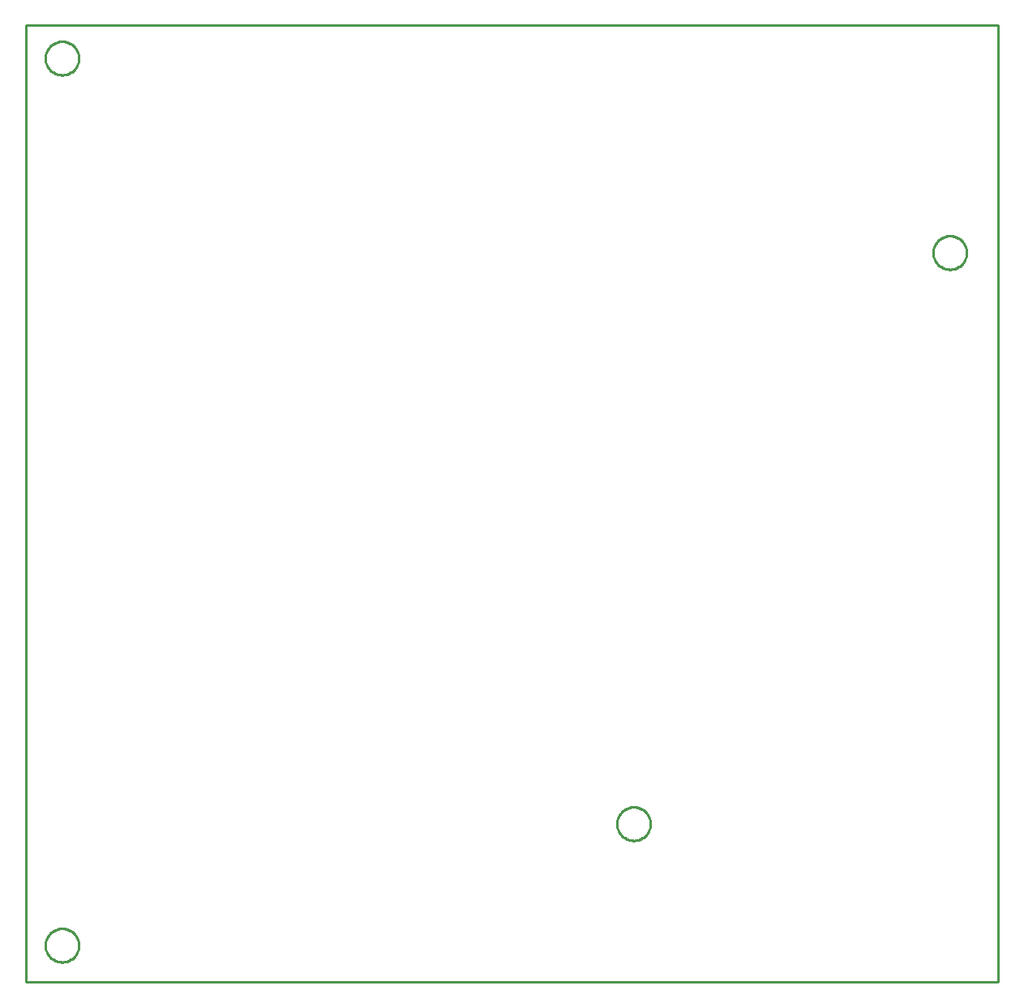
<source format=gbr>
G04 EAGLE Gerber RS-274X export*
G75*
%MOMM*%
%FSLAX34Y34*%
%LPD*%
%IN*%
%IPPOS*%
%AMOC8*
5,1,8,0,0,1.08239X$1,22.5*%
G01*
%ADD10C,0.254000*%


D10*
X0Y0D02*
X1015800Y0D01*
X1015800Y1000000D01*
X0Y1000000D01*
X0Y0D01*
X55600Y964627D02*
X55525Y963484D01*
X55376Y962348D01*
X55152Y961224D01*
X54855Y960117D01*
X54487Y959032D01*
X54049Y957974D01*
X53542Y956946D01*
X52969Y955954D01*
X52332Y955001D01*
X51635Y954092D01*
X50879Y953231D01*
X50069Y952421D01*
X49208Y951665D01*
X48299Y950968D01*
X47346Y950331D01*
X46354Y949758D01*
X45326Y949251D01*
X44268Y948813D01*
X43183Y948445D01*
X42076Y948148D01*
X40952Y947925D01*
X39816Y947775D01*
X38673Y947700D01*
X37527Y947700D01*
X36384Y947775D01*
X35248Y947925D01*
X34124Y948148D01*
X33017Y948445D01*
X31932Y948813D01*
X30874Y949251D01*
X29846Y949758D01*
X28854Y950331D01*
X27901Y950968D01*
X26992Y951665D01*
X26131Y952421D01*
X25321Y953231D01*
X24565Y954092D01*
X23868Y955001D01*
X23231Y955954D01*
X22658Y956946D01*
X22151Y957974D01*
X21713Y959032D01*
X21345Y960117D01*
X21048Y961224D01*
X20825Y962348D01*
X20675Y963484D01*
X20600Y964627D01*
X20600Y965773D01*
X20675Y966916D01*
X20825Y968052D01*
X21048Y969176D01*
X21345Y970283D01*
X21713Y971368D01*
X22151Y972426D01*
X22658Y973454D01*
X23231Y974446D01*
X23868Y975399D01*
X24565Y976308D01*
X25321Y977169D01*
X26131Y977979D01*
X26992Y978735D01*
X27901Y979432D01*
X28854Y980069D01*
X29846Y980642D01*
X30874Y981149D01*
X31932Y981587D01*
X33017Y981955D01*
X34124Y982252D01*
X35248Y982476D01*
X36384Y982625D01*
X37527Y982700D01*
X38673Y982700D01*
X39816Y982625D01*
X40952Y982476D01*
X42076Y982252D01*
X43183Y981955D01*
X44268Y981587D01*
X45326Y981149D01*
X46354Y980642D01*
X47346Y980069D01*
X48299Y979432D01*
X49208Y978735D01*
X50069Y977979D01*
X50879Y977169D01*
X51635Y976308D01*
X52332Y975399D01*
X52969Y974446D01*
X53542Y973454D01*
X54049Y972426D01*
X54487Y971368D01*
X54855Y970283D01*
X55152Y969176D01*
X55376Y968052D01*
X55525Y966916D01*
X55600Y965773D01*
X55600Y964627D01*
X982700Y761427D02*
X982625Y760284D01*
X982476Y759148D01*
X982252Y758024D01*
X981955Y756917D01*
X981587Y755832D01*
X981149Y754774D01*
X980642Y753746D01*
X980069Y752754D01*
X979432Y751801D01*
X978735Y750892D01*
X977979Y750031D01*
X977169Y749221D01*
X976308Y748465D01*
X975399Y747768D01*
X974446Y747131D01*
X973454Y746558D01*
X972426Y746051D01*
X971368Y745613D01*
X970283Y745245D01*
X969176Y744948D01*
X968052Y744725D01*
X966916Y744575D01*
X965773Y744500D01*
X964627Y744500D01*
X963484Y744575D01*
X962348Y744725D01*
X961224Y744948D01*
X960117Y745245D01*
X959032Y745613D01*
X957974Y746051D01*
X956946Y746558D01*
X955954Y747131D01*
X955001Y747768D01*
X954092Y748465D01*
X953231Y749221D01*
X952421Y750031D01*
X951665Y750892D01*
X950968Y751801D01*
X950331Y752754D01*
X949758Y753746D01*
X949251Y754774D01*
X948813Y755832D01*
X948445Y756917D01*
X948148Y758024D01*
X947925Y759148D01*
X947775Y760284D01*
X947700Y761427D01*
X947700Y762573D01*
X947775Y763716D01*
X947925Y764852D01*
X948148Y765976D01*
X948445Y767083D01*
X948813Y768168D01*
X949251Y769226D01*
X949758Y770254D01*
X950331Y771246D01*
X950968Y772199D01*
X951665Y773108D01*
X952421Y773969D01*
X953231Y774779D01*
X954092Y775535D01*
X955001Y776232D01*
X955954Y776869D01*
X956946Y777442D01*
X957974Y777949D01*
X959032Y778387D01*
X960117Y778755D01*
X961224Y779052D01*
X962348Y779276D01*
X963484Y779425D01*
X964627Y779500D01*
X965773Y779500D01*
X966916Y779425D01*
X968052Y779276D01*
X969176Y779052D01*
X970283Y778755D01*
X971368Y778387D01*
X972426Y777949D01*
X973454Y777442D01*
X974446Y776869D01*
X975399Y776232D01*
X976308Y775535D01*
X977169Y774779D01*
X977979Y773969D01*
X978735Y773108D01*
X979432Y772199D01*
X980069Y771246D01*
X980642Y770254D01*
X981149Y769226D01*
X981587Y768168D01*
X981955Y767083D01*
X982252Y765976D01*
X982476Y764852D01*
X982625Y763716D01*
X982700Y762573D01*
X982700Y761427D01*
X652500Y164527D02*
X652425Y163384D01*
X652276Y162248D01*
X652052Y161124D01*
X651755Y160017D01*
X651387Y158932D01*
X650949Y157874D01*
X650442Y156846D01*
X649869Y155854D01*
X649232Y154901D01*
X648535Y153992D01*
X647779Y153131D01*
X646969Y152321D01*
X646108Y151565D01*
X645199Y150868D01*
X644246Y150231D01*
X643254Y149658D01*
X642226Y149151D01*
X641168Y148713D01*
X640083Y148345D01*
X638976Y148048D01*
X637852Y147825D01*
X636716Y147675D01*
X635573Y147600D01*
X634427Y147600D01*
X633284Y147675D01*
X632148Y147825D01*
X631024Y148048D01*
X629917Y148345D01*
X628832Y148713D01*
X627774Y149151D01*
X626746Y149658D01*
X625754Y150231D01*
X624801Y150868D01*
X623892Y151565D01*
X623031Y152321D01*
X622221Y153131D01*
X621465Y153992D01*
X620768Y154901D01*
X620131Y155854D01*
X619558Y156846D01*
X619051Y157874D01*
X618613Y158932D01*
X618245Y160017D01*
X617948Y161124D01*
X617725Y162248D01*
X617575Y163384D01*
X617500Y164527D01*
X617500Y165673D01*
X617575Y166816D01*
X617725Y167952D01*
X617948Y169076D01*
X618245Y170183D01*
X618613Y171268D01*
X619051Y172326D01*
X619558Y173354D01*
X620131Y174346D01*
X620768Y175299D01*
X621465Y176208D01*
X622221Y177069D01*
X623031Y177879D01*
X623892Y178635D01*
X624801Y179332D01*
X625754Y179969D01*
X626746Y180542D01*
X627774Y181049D01*
X628832Y181487D01*
X629917Y181855D01*
X631024Y182152D01*
X632148Y182376D01*
X633284Y182525D01*
X634427Y182600D01*
X635573Y182600D01*
X636716Y182525D01*
X637852Y182376D01*
X638976Y182152D01*
X640083Y181855D01*
X641168Y181487D01*
X642226Y181049D01*
X643254Y180542D01*
X644246Y179969D01*
X645199Y179332D01*
X646108Y178635D01*
X646969Y177879D01*
X647779Y177069D01*
X648535Y176208D01*
X649232Y175299D01*
X649869Y174346D01*
X650442Y173354D01*
X650949Y172326D01*
X651387Y171268D01*
X651755Y170183D01*
X652052Y169076D01*
X652276Y167952D01*
X652425Y166816D01*
X652500Y165673D01*
X652500Y164527D01*
X55600Y37527D02*
X55525Y36384D01*
X55376Y35248D01*
X55152Y34124D01*
X54855Y33017D01*
X54487Y31932D01*
X54049Y30874D01*
X53542Y29846D01*
X52969Y28854D01*
X52332Y27901D01*
X51635Y26992D01*
X50879Y26131D01*
X50069Y25321D01*
X49208Y24565D01*
X48299Y23868D01*
X47346Y23231D01*
X46354Y22658D01*
X45326Y22151D01*
X44268Y21713D01*
X43183Y21345D01*
X42076Y21048D01*
X40952Y20825D01*
X39816Y20675D01*
X38673Y20600D01*
X37527Y20600D01*
X36384Y20675D01*
X35248Y20825D01*
X34124Y21048D01*
X33017Y21345D01*
X31932Y21713D01*
X30874Y22151D01*
X29846Y22658D01*
X28854Y23231D01*
X27901Y23868D01*
X26992Y24565D01*
X26131Y25321D01*
X25321Y26131D01*
X24565Y26992D01*
X23868Y27901D01*
X23231Y28854D01*
X22658Y29846D01*
X22151Y30874D01*
X21713Y31932D01*
X21345Y33017D01*
X21048Y34124D01*
X20825Y35248D01*
X20675Y36384D01*
X20600Y37527D01*
X20600Y38673D01*
X20675Y39816D01*
X20825Y40952D01*
X21048Y42076D01*
X21345Y43183D01*
X21713Y44268D01*
X22151Y45326D01*
X22658Y46354D01*
X23231Y47346D01*
X23868Y48299D01*
X24565Y49208D01*
X25321Y50069D01*
X26131Y50879D01*
X26992Y51635D01*
X27901Y52332D01*
X28854Y52969D01*
X29846Y53542D01*
X30874Y54049D01*
X31932Y54487D01*
X33017Y54855D01*
X34124Y55152D01*
X35248Y55376D01*
X36384Y55525D01*
X37527Y55600D01*
X38673Y55600D01*
X39816Y55525D01*
X40952Y55376D01*
X42076Y55152D01*
X43183Y54855D01*
X44268Y54487D01*
X45326Y54049D01*
X46354Y53542D01*
X47346Y52969D01*
X48299Y52332D01*
X49208Y51635D01*
X50069Y50879D01*
X50879Y50069D01*
X51635Y49208D01*
X52332Y48299D01*
X52969Y47346D01*
X53542Y46354D01*
X54049Y45326D01*
X54487Y44268D01*
X54855Y43183D01*
X55152Y42076D01*
X55376Y40952D01*
X55525Y39816D01*
X55600Y38673D01*
X55600Y37527D01*
M02*

</source>
